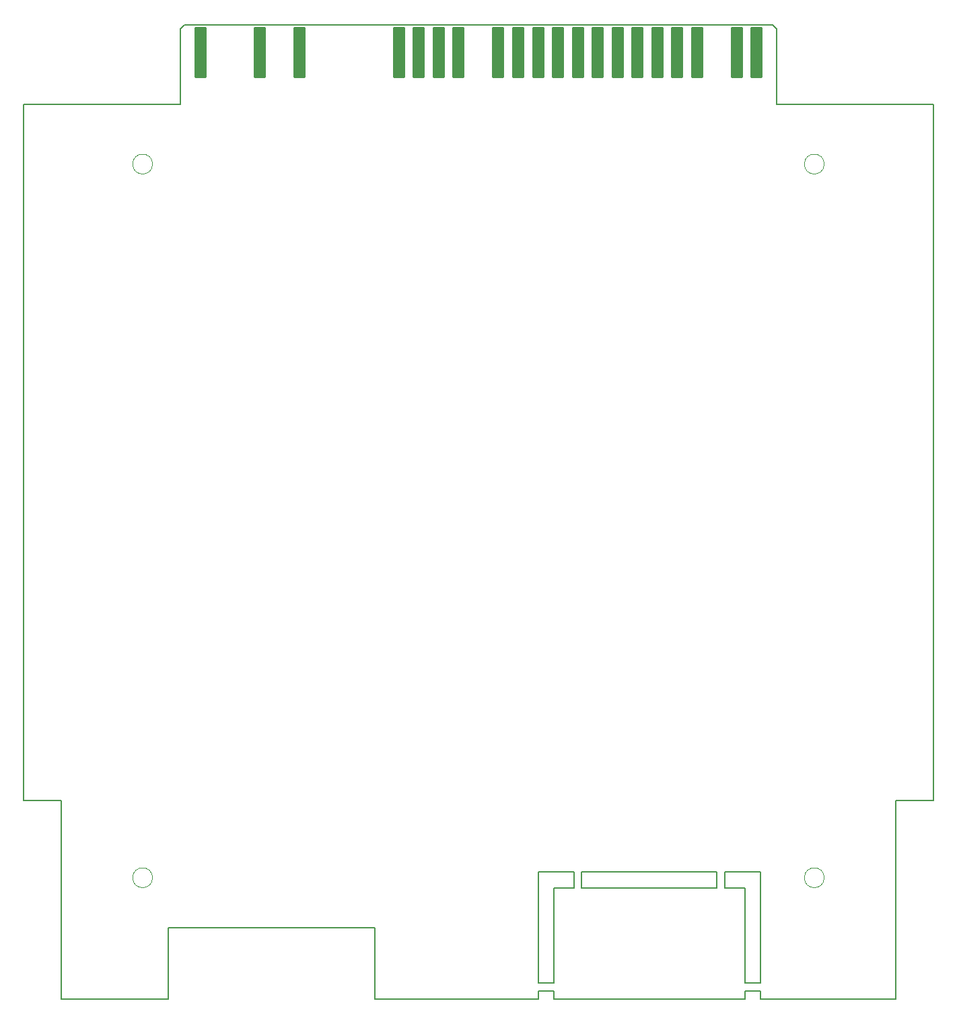
<source format=gbr>
%TF.GenerationSoftware,KiCad,Pcbnew,8.0.2*%
%TF.CreationDate,2024-05-12T21:20:15+02:00*%
%TF.ProjectId,M062.2,4d303632-2e32-42e6-9b69-6361645f7063,2*%
%TF.SameCoordinates,Original*%
%TF.FileFunction,Paste,Bot*%
%TF.FilePolarity,Positive*%
%FSLAX46Y46*%
G04 Gerber Fmt 4.6, Leading zero omitted, Abs format (unit mm)*
G04 Created by KiCad (PCBNEW 8.0.2) date 2024-05-12 21:20:15*
%MOMM*%
%LPD*%
G01*
G04 APERTURE LIST*
G04 Aperture macros list*
%AMRoundRect*
0 Rectangle with rounded corners*
0 $1 Rounding radius*
0 $2 $3 $4 $5 $6 $7 $8 $9 X,Y pos of 4 corners*
0 Add a 4 corners polygon primitive as box body*
4,1,4,$2,$3,$4,$5,$6,$7,$8,$9,$2,$3,0*
0 Add four circle primitives for the rounded corners*
1,1,$1+$1,$2,$3*
1,1,$1+$1,$4,$5*
1,1,$1+$1,$6,$7*
1,1,$1+$1,$8,$9*
0 Add four rect primitives between the rounded corners*
20,1,$1+$1,$2,$3,$4,$5,0*
20,1,$1+$1,$4,$5,$6,$7,0*
20,1,$1+$1,$6,$7,$8,$9,0*
20,1,$1+$1,$8,$9,$2,$3,0*%
G04 Aperture macros list end*
%ADD10RoundRect,0.150000X-0.600000X-3.100000X0.600000X-3.100000X0.600000X3.100000X-0.600000X3.100000X0*%
%TA.AperFunction,Profile*%
%ADD11C,0.150000*%
%TD*%
%TA.AperFunction,Profile*%
%ADD12C,0.120000*%
%TD*%
G04 APERTURE END LIST*
D10*
%TO.C,X1*%
X186960000Y-44700000D03*
X184460000Y-44700000D03*
X179460000Y-44700000D03*
X176960000Y-44700000D03*
X174460000Y-44700000D03*
X171960000Y-44700000D03*
X169460000Y-44700000D03*
X166960000Y-44700000D03*
X164460000Y-44700000D03*
X161960000Y-44700000D03*
X159460000Y-44700000D03*
X156960000Y-44700000D03*
X154460000Y-44700000D03*
X149460000Y-44700000D03*
X146960000Y-44700000D03*
X144460000Y-44700000D03*
X141960000Y-44700000D03*
X129460000Y-44700000D03*
X124460000Y-44700000D03*
X116960000Y-44700000D03*
%TD*%
D11*
%TO.C,X1*%
X94710000Y-51200000D02*
X94710000Y-138700000D01*
X99460000Y-138700000D02*
X94710000Y-138700000D01*
X99460000Y-138700000D02*
X99460000Y-163700000D01*
X112960000Y-154700000D02*
X112960000Y-163700000D01*
X112960000Y-154700000D02*
X138960000Y-154700000D01*
X112960000Y-163700000D02*
X99460000Y-163700000D01*
X114460000Y-41700000D02*
X114960000Y-41200000D01*
X114460000Y-51200000D02*
X94710000Y-51200000D01*
X114460000Y-51200000D02*
X114460000Y-41700000D01*
X114960000Y-41200000D02*
X188960000Y-41200000D01*
X138960000Y-154700000D02*
X138960000Y-163700000D01*
X159460000Y-147700000D02*
X159460000Y-161700000D01*
X159460000Y-161700000D02*
X161460000Y-161700000D01*
X159460000Y-162700000D02*
X159460000Y-163700000D01*
X159460000Y-162700000D02*
X161460000Y-162700000D01*
X159460000Y-163700000D02*
X138960000Y-163700000D01*
X161460000Y-149700000D02*
X161460000Y-161700000D01*
X161460000Y-162700000D02*
X161460000Y-163700000D01*
X163960000Y-147700000D02*
X159460000Y-147700000D01*
X163960000Y-147700000D02*
X163960000Y-149700000D01*
X163960000Y-149700000D02*
X161460000Y-149700000D01*
X164960000Y-147700000D02*
X164960000Y-149700000D01*
X164960000Y-147700000D02*
X181960000Y-147700000D01*
X164960000Y-149700000D02*
X181960000Y-149700000D01*
X181960000Y-149700000D02*
X181960000Y-147700000D01*
X182960000Y-147700000D02*
X187460000Y-147700000D01*
X182960000Y-149700000D02*
X182960000Y-147700000D01*
X182960000Y-149700000D02*
X185460000Y-149700000D01*
X185460000Y-149700000D02*
X185460000Y-161700000D01*
X185460000Y-161700000D02*
X187460000Y-161700000D01*
X185460000Y-162700000D02*
X185460000Y-163700000D01*
X185460000Y-162700000D02*
X187460000Y-162700000D01*
X185460000Y-163700000D02*
X161460000Y-163700000D01*
X187460000Y-147700000D02*
X187460000Y-161700000D01*
X187460000Y-162700000D02*
X187460000Y-163700000D01*
X189460000Y-41700000D02*
X188960000Y-41200000D01*
X189460000Y-41700000D02*
X189460000Y-51200000D01*
X189460000Y-51200000D02*
X209210000Y-51200000D01*
X204460000Y-138700000D02*
X204460000Y-163700000D01*
X204460000Y-163700000D02*
X187460000Y-163700000D01*
X209210000Y-51200000D02*
X209210000Y-138700000D01*
X209210000Y-138700000D02*
X204460000Y-138700000D01*
D12*
X110960000Y-58700000D02*
G75*
G02*
X108460000Y-58700000I-1250000J0D01*
G01*
X108460000Y-58700000D02*
G75*
G02*
X110960000Y-58700000I1250000J0D01*
G01*
X110960000Y-148450000D02*
G75*
G02*
X108460000Y-148450000I-1250000J0D01*
G01*
X108460000Y-148450000D02*
G75*
G02*
X110960000Y-148450000I1250000J0D01*
G01*
X195460000Y-58700000D02*
G75*
G02*
X192960000Y-58700000I-1250000J0D01*
G01*
X192960000Y-58700000D02*
G75*
G02*
X195460000Y-58700000I1250000J0D01*
G01*
X195460000Y-148450000D02*
G75*
G02*
X192960000Y-148450000I-1250000J0D01*
G01*
X192960000Y-148450000D02*
G75*
G02*
X195460000Y-148450000I1250000J0D01*
G01*
%TD*%
M02*

</source>
